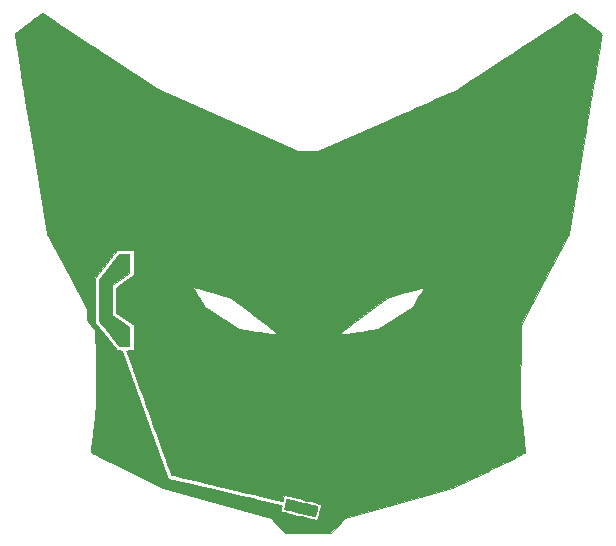
<source format=gbr>
G04 #@! TF.GenerationSoftware,KiCad,Pcbnew,5.0.2-1.fc29*
G04 #@! TF.CreationDate,2019-03-18T00:33:18+01:00*
G04 #@! TF.ProjectId,fuccs-shitty-addon,66756363-732d-4736-9869-7474792d6164,rev?*
G04 #@! TF.SameCoordinates,Original*
G04 #@! TF.FileFunction,Copper,L1,Top*
G04 #@! TF.FilePolarity,Positive*
%FSLAX46Y46*%
G04 Gerber Fmt 4.6, Leading zero omitted, Abs format (unit mm)*
G04 Created by KiCad (PCBNEW 5.0.2-1.fc29) date Mon 18 Mar 2019 00:33:18 CET*
%MOMM*%
%LPD*%
G01*
G04 APERTURE LIST*
G04 #@! TA.AperFunction,EtchedComponent*
%ADD10C,0.010000*%
G04 #@! TD*
G04 APERTURE END LIST*
D10*
G04 #@! TO.C,G\002A\002A\002A*
G36*
X-15109332Y22991021D02*
X-15120849Y22198041D01*
X-15829933Y21695919D01*
X-16539016Y21193798D01*
X-16539016Y18621842D01*
X-15819349Y18110106D01*
X-15099683Y17598370D01*
X-15099683Y16037000D01*
X-15987908Y16037000D01*
X-16634613Y16851917D01*
X-16827417Y17095045D01*
X-17014803Y17331660D01*
X-17186401Y17548641D01*
X-17331837Y17732869D01*
X-17440741Y17871223D01*
X-17481667Y17923468D01*
X-17682016Y18180103D01*
X-17681092Y21646167D01*
X-16831986Y22715084D01*
X-15982880Y23784000D01*
X-15097815Y23784000D01*
X-15109332Y22991021D01*
X-15109332Y22991021D01*
G37*
X-15109332Y22991021D02*
X-15120849Y22198041D01*
X-15829933Y21695919D01*
X-16539016Y21193798D01*
X-16539016Y18621842D01*
X-15819349Y18110106D01*
X-15099683Y17598370D01*
X-15099683Y16037000D01*
X-15987908Y16037000D01*
X-16634613Y16851917D01*
X-16827417Y17095045D01*
X-17014803Y17331660D01*
X-17186401Y17548641D01*
X-17331837Y17732869D01*
X-17440741Y17871223D01*
X-17481667Y17923468D01*
X-17682016Y18180103D01*
X-17681092Y21646167D01*
X-16831986Y22715084D01*
X-15982880Y23784000D01*
X-15097815Y23784000D01*
X-15109332Y22991021D01*
G36*
X-1752189Y3061135D02*
X-1639799Y3037999D01*
X-1469127Y3000923D01*
X-1252227Y2952682D01*
X-1001156Y2896053D01*
X-727967Y2833813D01*
X-444715Y2768738D01*
X-163456Y2703606D01*
X103756Y2641191D01*
X344866Y2584272D01*
X547818Y2535624D01*
X700559Y2498024D01*
X791032Y2474248D01*
X810689Y2467571D01*
X809608Y2422834D01*
X791867Y2318402D01*
X762332Y2175142D01*
X725872Y2013920D01*
X687354Y1855602D01*
X651646Y1721056D01*
X623614Y1631149D01*
X609570Y1605387D01*
X563717Y1615732D01*
X445650Y1643100D01*
X265564Y1685106D01*
X33656Y1739367D01*
X-239876Y1803497D01*
X-544836Y1875114D01*
X-685183Y1908109D01*
X-1000334Y1982560D01*
X-1288132Y2051194D01*
X-1538448Y2111543D01*
X-1741149Y2161142D01*
X-1886106Y2197523D01*
X-1963186Y2218219D01*
X-1972982Y2221715D01*
X-1970716Y2264963D01*
X-1953509Y2369055D01*
X-1925913Y2512444D01*
X-1892480Y2673583D01*
X-1857766Y2830923D01*
X-1826322Y2962919D01*
X-1802702Y3048023D01*
X-1794242Y3067553D01*
X-1752189Y3061135D01*
X-1752189Y3061135D01*
G37*
X-1752189Y3061135D02*
X-1639799Y3037999D01*
X-1469127Y3000923D01*
X-1252227Y2952682D01*
X-1001156Y2896053D01*
X-727967Y2833813D01*
X-444715Y2768738D01*
X-163456Y2703606D01*
X103756Y2641191D01*
X344866Y2584272D01*
X547818Y2535624D01*
X700559Y2498024D01*
X791032Y2474248D01*
X810689Y2467571D01*
X809608Y2422834D01*
X791867Y2318402D01*
X762332Y2175142D01*
X725872Y2013920D01*
X687354Y1855602D01*
X651646Y1721056D01*
X623614Y1631149D01*
X609570Y1605387D01*
X563717Y1615732D01*
X445650Y1643100D01*
X265564Y1685106D01*
X33656Y1739367D01*
X-239876Y1803497D01*
X-544836Y1875114D01*
X-685183Y1908109D01*
X-1000334Y1982560D01*
X-1288132Y2051194D01*
X-1538448Y2111543D01*
X-1741149Y2161142D01*
X-1886106Y2197523D01*
X-1963186Y2218219D01*
X-1972982Y2221715D01*
X-1970716Y2264963D01*
X-1953509Y2369055D01*
X-1925913Y2512444D01*
X-1892480Y2673583D01*
X-1857766Y2830923D01*
X-1826322Y2962919D01*
X-1802702Y3048023D01*
X-1794242Y3067553D01*
X-1752189Y3061135D01*
G36*
X-22447055Y44206761D02*
X-22340612Y44136311D01*
X-22171591Y44024671D01*
X-21944063Y43874523D01*
X-21662096Y43688548D01*
X-21329761Y43469430D01*
X-20951128Y43219852D01*
X-20530267Y42942495D01*
X-20071247Y42640042D01*
X-19578138Y42315176D01*
X-19055011Y41970579D01*
X-18505934Y41608933D01*
X-17934979Y41232922D01*
X-17549546Y40979113D01*
X-12654576Y37755889D01*
X-846280Y32547001D01*
X23679Y32547000D01*
X893638Y32547000D01*
X6702977Y35109838D01*
X7369857Y35404098D01*
X8016842Y35689698D01*
X8639567Y35964706D01*
X9233667Y36227190D01*
X9794779Y36475217D01*
X10318537Y36706855D01*
X10800578Y36920172D01*
X11236537Y37113236D01*
X11622050Y37284115D01*
X11952753Y37430876D01*
X12224280Y37551588D01*
X12432268Y37644318D01*
X12572353Y37707134D01*
X12640169Y37738104D01*
X12644567Y37740250D01*
X12695244Y37771308D01*
X12812412Y37846265D01*
X12991896Y37962387D01*
X13229521Y38116938D01*
X13521111Y38307183D01*
X13862493Y38530388D01*
X14249490Y38783817D01*
X14677929Y39064735D01*
X15143634Y39370407D01*
X15642430Y39698097D01*
X16170142Y40045072D01*
X16722595Y40408594D01*
X17295615Y40785931D01*
X17649971Y41019413D01*
X18231589Y41402501D01*
X18794073Y41772559D01*
X19333345Y42126923D01*
X19845328Y42462932D01*
X20325943Y42777924D01*
X20771112Y43069237D01*
X21176756Y43334208D01*
X21538799Y43570175D01*
X21853162Y43774477D01*
X22115767Y43944451D01*
X22322535Y44077435D01*
X22469389Y44170766D01*
X22552251Y44221784D01*
X22569775Y44231000D01*
X22613327Y44206081D01*
X22715696Y44135316D01*
X22868755Y44024694D01*
X23064376Y43880205D01*
X23294431Y43707837D01*
X23550793Y43513580D01*
X23750288Y43361078D01*
X24057951Y43124516D01*
X24304595Y42933252D01*
X24496755Y42781548D01*
X24640966Y42663665D01*
X24743765Y42573863D01*
X24811685Y42506405D01*
X24851263Y42455551D01*
X24869034Y42415562D01*
X24871533Y42380700D01*
X24871144Y42376828D01*
X24863104Y42324244D01*
X24842033Y42192127D01*
X24808585Y41984497D01*
X24763416Y41705374D01*
X24707182Y41358777D01*
X24640536Y40948727D01*
X24564135Y40479244D01*
X24478633Y39954348D01*
X24384687Y39378058D01*
X24282950Y38754395D01*
X24174079Y38087378D01*
X24058728Y37381028D01*
X23937553Y36639365D01*
X23811208Y35866407D01*
X23680350Y35066177D01*
X23545633Y34242692D01*
X23485860Y33877426D01*
X22113582Y25492352D01*
X20063039Y21664259D01*
X18012496Y17836167D01*
X17956162Y10978167D01*
X18189422Y9009667D01*
X18236027Y8610702D01*
X18278314Y8237605D01*
X18315427Y7898760D01*
X18346509Y7602550D01*
X18370700Y7357358D01*
X18387145Y7171568D01*
X18394986Y7053561D01*
X18393749Y7011936D01*
X18352121Y6989123D01*
X18240235Y6931850D01*
X18063832Y6842972D01*
X17828658Y6725342D01*
X17540453Y6581813D01*
X17204961Y6415239D01*
X16827924Y6228474D01*
X16415086Y6024372D01*
X15972189Y5805785D01*
X15504977Y5575567D01*
X15306517Y5477885D01*
X12248216Y3973065D01*
X7707683Y2701798D01*
X3167151Y1430532D01*
X1938459Y204334D01*
X-1913208Y204334D01*
X-2530168Y821294D01*
X-3147129Y1438254D01*
X-7715822Y2720343D01*
X-12284516Y4002432D01*
X-15320969Y5500633D01*
X-15873370Y5773314D01*
X-16354646Y6011267D01*
X-16769674Y6217074D01*
X-17123331Y6393317D01*
X-17420495Y6542579D01*
X-17666042Y6667442D01*
X-17864850Y6770489D01*
X-18021796Y6854302D01*
X-18141757Y6921464D01*
X-18229610Y6974557D01*
X-18290232Y7016164D01*
X-18328501Y7048867D01*
X-18349293Y7075248D01*
X-18357486Y7097890D01*
X-18358386Y7108945D01*
X-18353766Y7172512D01*
X-18340157Y7311304D01*
X-18318534Y7516467D01*
X-18289873Y7779146D01*
X-18255152Y8090489D01*
X-18215346Y8441642D01*
X-18171433Y8823751D01*
X-18129308Y9185926D01*
X-17899266Y11152797D01*
X-17936248Y14233061D01*
X-17943071Y14758347D01*
X-17950507Y15252966D01*
X-17958406Y15710720D01*
X-17966618Y16125408D01*
X-17974992Y16490833D01*
X-17983378Y16800794D01*
X-17991627Y17049093D01*
X-17999587Y17229530D01*
X-18007109Y17335906D01*
X-18012104Y17363079D01*
X-18051993Y17414345D01*
X-18132308Y17517718D01*
X-18241569Y17658416D01*
X-18368295Y17821659D01*
X-18374497Y17829649D01*
X-18510179Y18004460D01*
X-18020683Y18004460D01*
X-17098479Y16840814D01*
X-16176276Y15677167D01*
X-15966420Y15656000D01*
X-15756564Y15634834D01*
X-11828138Y4797500D01*
X-9431661Y4237510D01*
X-8889287Y4110785D01*
X-8286755Y3970027D01*
X-7644958Y3820114D01*
X-6984790Y3665927D01*
X-6327147Y3512345D01*
X-5692922Y3364250D01*
X-5103010Y3226519D01*
X-4664516Y3124156D01*
X-4229095Y3022437D01*
X-3817834Y2926202D01*
X-3438218Y2837213D01*
X-3097731Y2757232D01*
X-2803855Y2688021D01*
X-2564075Y2631342D01*
X-2385874Y2588957D01*
X-2276737Y2562628D01*
X-2244270Y2554339D01*
X-2220657Y2520887D01*
X-2225863Y2436051D01*
X-2257361Y2297895D01*
X-2286940Y2165007D01*
X-2299165Y2067376D01*
X-2294214Y2032087D01*
X-2248460Y2016717D01*
X-2131431Y1985116D01*
X-1954379Y1939951D01*
X-1728559Y1883893D01*
X-1465224Y1819610D01*
X-1175627Y1749772D01*
X-871024Y1677047D01*
X-562668Y1604105D01*
X-261812Y1533615D01*
X20289Y1468245D01*
X272383Y1410666D01*
X483214Y1363545D01*
X641530Y1329553D01*
X736076Y1311359D01*
X754313Y1309057D01*
X788462Y1315470D01*
X818722Y1346081D01*
X849333Y1412569D01*
X884533Y1526612D01*
X928561Y1699891D01*
X985656Y1944083D01*
X987147Y1950584D01*
X1037957Y2174633D01*
X1081242Y2370116D01*
X1113738Y2521918D01*
X1132179Y2614922D01*
X1135151Y2635774D01*
X1095369Y2653917D01*
X982005Y2688539D01*
X804029Y2737319D01*
X570412Y2797937D01*
X290126Y2868074D01*
X-27860Y2945408D01*
X-374574Y3027622D01*
X-431183Y3040856D01*
X-1997516Y3406330D01*
X-2054629Y3157557D01*
X-2111742Y2908783D01*
X-2245129Y2937761D01*
X-2407781Y2973896D01*
X-2636344Y3025864D01*
X-2924490Y3092166D01*
X-3265892Y3171302D01*
X-3654223Y3261771D01*
X-4083155Y3362073D01*
X-4546362Y3470708D01*
X-5037515Y3586176D01*
X-5550288Y3706977D01*
X-6078353Y3831611D01*
X-6615383Y3958577D01*
X-7155050Y4086375D01*
X-7691027Y4213506D01*
X-8216987Y4338469D01*
X-8726602Y4459764D01*
X-9213545Y4575891D01*
X-9671489Y4685350D01*
X-10094106Y4786640D01*
X-10475070Y4878262D01*
X-10808051Y4958715D01*
X-11086724Y5026499D01*
X-11304761Y5080114D01*
X-11455835Y5118060D01*
X-11533617Y5138838D01*
X-11543007Y5142168D01*
X-11560558Y5184791D01*
X-11604822Y5301345D01*
X-11673728Y5486136D01*
X-11765208Y5733472D01*
X-11877193Y6037657D01*
X-12007614Y6393000D01*
X-12154402Y6793805D01*
X-12315487Y7234380D01*
X-12488802Y7709031D01*
X-12672278Y8212063D01*
X-12863844Y8737784D01*
X-13061433Y9280500D01*
X-13262975Y9834517D01*
X-13466401Y10394142D01*
X-13669643Y10953680D01*
X-13870632Y11507439D01*
X-14067298Y12049724D01*
X-14257573Y12574842D01*
X-14439388Y13077100D01*
X-14610673Y13550803D01*
X-14769361Y13990258D01*
X-14913381Y14389772D01*
X-15040666Y14743650D01*
X-15149145Y15046199D01*
X-15236751Y15291726D01*
X-15301414Y15474536D01*
X-15341065Y15588937D01*
X-15353683Y15629028D01*
X-15314805Y15641921D01*
X-15211966Y15651459D01*
X-15065854Y15655883D01*
X-15036183Y15656000D01*
X-14718683Y15656000D01*
X-14720902Y17040960D01*
X2747270Y17040960D01*
X3232377Y17069681D01*
X3411894Y17085564D01*
X3656372Y17114798D01*
X3947617Y17154797D01*
X4267437Y17202974D01*
X4597640Y17256745D01*
X4818151Y17295065D01*
X5918817Y17491728D01*
X8882151Y19305220D01*
X9374253Y20158194D01*
X9513286Y20399902D01*
X9636603Y20615667D01*
X9738394Y20795207D01*
X9812846Y20928242D01*
X9854150Y21004490D01*
X9860602Y21018708D01*
X9820018Y21009311D01*
X9706742Y20979300D01*
X9529553Y20931097D01*
X9297231Y20867122D01*
X9018557Y20789796D01*
X8702310Y20701538D01*
X8357271Y20604769D01*
X8267832Y20579613D01*
X6680817Y20132977D01*
X5072151Y18930958D01*
X4732486Y18675509D01*
X4401559Y18423522D01*
X4088137Y18181890D01*
X3800986Y17957501D01*
X3548872Y17757248D01*
X3340562Y17588022D01*
X3184821Y17456712D01*
X3105377Y17384950D01*
X2747270Y17040960D01*
X-14720902Y17040960D01*
X-14722109Y17793834D01*
X-15461229Y18313386D01*
X-16200349Y18832937D01*
X-16200349Y19907506D01*
X-16200350Y20982075D01*
X-16150804Y21016982D01*
X-9710423Y21016982D01*
X-9692464Y20979726D01*
X-9637606Y20879581D01*
X-9551637Y20726781D01*
X-9440339Y20531558D01*
X-9309499Y20304145D01*
X-9220682Y20150749D01*
X-8722702Y19292701D01*
X-5807516Y17505069D01*
X-4812683Y17320202D01*
X-4372043Y17240142D01*
X-4001223Y17177128D01*
X-3687483Y17129429D01*
X-3418083Y17095316D01*
X-3180285Y17073058D01*
X-2961350Y17060925D01*
X-2887652Y17058769D01*
X-2634787Y17053000D01*
X-2929985Y17354992D01*
X-3036084Y17453454D01*
X-3204590Y17596569D01*
X-3429277Y17779417D01*
X-3703917Y17997076D01*
X-4022281Y18244626D01*
X-4378143Y18517145D01*
X-4765274Y18809712D01*
X-4876517Y18893124D01*
X-6527851Y20129265D01*
X-8115017Y20577215D01*
X-8465958Y20676002D01*
X-8790407Y20766830D01*
X-9079568Y20847274D01*
X-9324647Y20914911D01*
X-9516850Y20967316D01*
X-9647382Y21002066D01*
X-9707449Y21016735D01*
X-9710423Y21016982D01*
X-16150804Y21016982D01*
X-15459516Y21504014D01*
X-14718683Y22025953D01*
X-14718683Y24165000D01*
X-15435852Y24165000D01*
X-16153022Y24165001D01*
X-17085797Y22990250D01*
X-18018572Y21815500D01*
X-18019627Y19909980D01*
X-18020683Y18004460D01*
X-18510179Y18004460D01*
X-18698016Y18246464D01*
X-18698016Y19198111D01*
X-20385418Y22348306D01*
X-22072820Y25498500D01*
X-23458813Y33964315D01*
X-23617548Y34935238D01*
X-23768219Y35859556D01*
X-23910422Y36734720D01*
X-24043753Y37558179D01*
X-24167808Y38327381D01*
X-24282184Y39039776D01*
X-24386475Y39692812D01*
X-24480277Y40283940D01*
X-24563188Y40810607D01*
X-24634802Y41270264D01*
X-24694715Y41660359D01*
X-24742524Y41978341D01*
X-24777824Y42221660D01*
X-24800211Y42387764D01*
X-24809282Y42474103D01*
X-24808828Y42486405D01*
X-24761603Y42533953D01*
X-24658152Y42621947D01*
X-24507967Y42743246D01*
X-24320541Y42890706D01*
X-24105368Y43057188D01*
X-23871941Y43235547D01*
X-23629752Y43418643D01*
X-23388295Y43599333D01*
X-23157062Y43770475D01*
X-22945547Y43924927D01*
X-22763243Y44055547D01*
X-22619643Y44155194D01*
X-22524239Y44216724D01*
X-22486849Y44233337D01*
X-22447055Y44206761D01*
X-22447055Y44206761D01*
G37*
X-22447055Y44206761D02*
X-22340612Y44136311D01*
X-22171591Y44024671D01*
X-21944063Y43874523D01*
X-21662096Y43688548D01*
X-21329761Y43469430D01*
X-20951128Y43219852D01*
X-20530267Y42942495D01*
X-20071247Y42640042D01*
X-19578138Y42315176D01*
X-19055011Y41970579D01*
X-18505934Y41608933D01*
X-17934979Y41232922D01*
X-17549546Y40979113D01*
X-12654576Y37755889D01*
X-846280Y32547001D01*
X23679Y32547000D01*
X893638Y32547000D01*
X6702977Y35109838D01*
X7369857Y35404098D01*
X8016842Y35689698D01*
X8639567Y35964706D01*
X9233667Y36227190D01*
X9794779Y36475217D01*
X10318537Y36706855D01*
X10800578Y36920172D01*
X11236537Y37113236D01*
X11622050Y37284115D01*
X11952753Y37430876D01*
X12224280Y37551588D01*
X12432268Y37644318D01*
X12572353Y37707134D01*
X12640169Y37738104D01*
X12644567Y37740250D01*
X12695244Y37771308D01*
X12812412Y37846265D01*
X12991896Y37962387D01*
X13229521Y38116938D01*
X13521111Y38307183D01*
X13862493Y38530388D01*
X14249490Y38783817D01*
X14677929Y39064735D01*
X15143634Y39370407D01*
X15642430Y39698097D01*
X16170142Y40045072D01*
X16722595Y40408594D01*
X17295615Y40785931D01*
X17649971Y41019413D01*
X18231589Y41402501D01*
X18794073Y41772559D01*
X19333345Y42126923D01*
X19845328Y42462932D01*
X20325943Y42777924D01*
X20771112Y43069237D01*
X21176756Y43334208D01*
X21538799Y43570175D01*
X21853162Y43774477D01*
X22115767Y43944451D01*
X22322535Y44077435D01*
X22469389Y44170766D01*
X22552251Y44221784D01*
X22569775Y44231000D01*
X22613327Y44206081D01*
X22715696Y44135316D01*
X22868755Y44024694D01*
X23064376Y43880205D01*
X23294431Y43707837D01*
X23550793Y43513580D01*
X23750288Y43361078D01*
X24057951Y43124516D01*
X24304595Y42933252D01*
X24496755Y42781548D01*
X24640966Y42663665D01*
X24743765Y42573863D01*
X24811685Y42506405D01*
X24851263Y42455551D01*
X24869034Y42415562D01*
X24871533Y42380700D01*
X24871144Y42376828D01*
X24863104Y42324244D01*
X24842033Y42192127D01*
X24808585Y41984497D01*
X24763416Y41705374D01*
X24707182Y41358777D01*
X24640536Y40948727D01*
X24564135Y40479244D01*
X24478633Y39954348D01*
X24384687Y39378058D01*
X24282950Y38754395D01*
X24174079Y38087378D01*
X24058728Y37381028D01*
X23937553Y36639365D01*
X23811208Y35866407D01*
X23680350Y35066177D01*
X23545633Y34242692D01*
X23485860Y33877426D01*
X22113582Y25492352D01*
X20063039Y21664259D01*
X18012496Y17836167D01*
X17956162Y10978167D01*
X18189422Y9009667D01*
X18236027Y8610702D01*
X18278314Y8237605D01*
X18315427Y7898760D01*
X18346509Y7602550D01*
X18370700Y7357358D01*
X18387145Y7171568D01*
X18394986Y7053561D01*
X18393749Y7011936D01*
X18352121Y6989123D01*
X18240235Y6931850D01*
X18063832Y6842972D01*
X17828658Y6725342D01*
X17540453Y6581813D01*
X17204961Y6415239D01*
X16827924Y6228474D01*
X16415086Y6024372D01*
X15972189Y5805785D01*
X15504977Y5575567D01*
X15306517Y5477885D01*
X12248216Y3973065D01*
X7707683Y2701798D01*
X3167151Y1430532D01*
X1938459Y204334D01*
X-1913208Y204334D01*
X-2530168Y821294D01*
X-3147129Y1438254D01*
X-7715822Y2720343D01*
X-12284516Y4002432D01*
X-15320969Y5500633D01*
X-15873370Y5773314D01*
X-16354646Y6011267D01*
X-16769674Y6217074D01*
X-17123331Y6393317D01*
X-17420495Y6542579D01*
X-17666042Y6667442D01*
X-17864850Y6770489D01*
X-18021796Y6854302D01*
X-18141757Y6921464D01*
X-18229610Y6974557D01*
X-18290232Y7016164D01*
X-18328501Y7048867D01*
X-18349293Y7075248D01*
X-18357486Y7097890D01*
X-18358386Y7108945D01*
X-18353766Y7172512D01*
X-18340157Y7311304D01*
X-18318534Y7516467D01*
X-18289873Y7779146D01*
X-18255152Y8090489D01*
X-18215346Y8441642D01*
X-18171433Y8823751D01*
X-18129308Y9185926D01*
X-17899266Y11152797D01*
X-17936248Y14233061D01*
X-17943071Y14758347D01*
X-17950507Y15252966D01*
X-17958406Y15710720D01*
X-17966618Y16125408D01*
X-17974992Y16490833D01*
X-17983378Y16800794D01*
X-17991627Y17049093D01*
X-17999587Y17229530D01*
X-18007109Y17335906D01*
X-18012104Y17363079D01*
X-18051993Y17414345D01*
X-18132308Y17517718D01*
X-18241569Y17658416D01*
X-18368295Y17821659D01*
X-18374497Y17829649D01*
X-18510179Y18004460D01*
X-18020683Y18004460D01*
X-17098479Y16840814D01*
X-16176276Y15677167D01*
X-15966420Y15656000D01*
X-15756564Y15634834D01*
X-11828138Y4797500D01*
X-9431661Y4237510D01*
X-8889287Y4110785D01*
X-8286755Y3970027D01*
X-7644958Y3820114D01*
X-6984790Y3665927D01*
X-6327147Y3512345D01*
X-5692922Y3364250D01*
X-5103010Y3226519D01*
X-4664516Y3124156D01*
X-4229095Y3022437D01*
X-3817834Y2926202D01*
X-3438218Y2837213D01*
X-3097731Y2757232D01*
X-2803855Y2688021D01*
X-2564075Y2631342D01*
X-2385874Y2588957D01*
X-2276737Y2562628D01*
X-2244270Y2554339D01*
X-2220657Y2520887D01*
X-2225863Y2436051D01*
X-2257361Y2297895D01*
X-2286940Y2165007D01*
X-2299165Y2067376D01*
X-2294214Y2032087D01*
X-2248460Y2016717D01*
X-2131431Y1985116D01*
X-1954379Y1939951D01*
X-1728559Y1883893D01*
X-1465224Y1819610D01*
X-1175627Y1749772D01*
X-871024Y1677047D01*
X-562668Y1604105D01*
X-261812Y1533615D01*
X20289Y1468245D01*
X272383Y1410666D01*
X483214Y1363545D01*
X641530Y1329553D01*
X736076Y1311359D01*
X754313Y1309057D01*
X788462Y1315470D01*
X818722Y1346081D01*
X849333Y1412569D01*
X884533Y1526612D01*
X928561Y1699891D01*
X985656Y1944083D01*
X987147Y1950584D01*
X1037957Y2174633D01*
X1081242Y2370116D01*
X1113738Y2521918D01*
X1132179Y2614922D01*
X1135151Y2635774D01*
X1095369Y2653917D01*
X982005Y2688539D01*
X804029Y2737319D01*
X570412Y2797937D01*
X290126Y2868074D01*
X-27860Y2945408D01*
X-374574Y3027622D01*
X-431183Y3040856D01*
X-1997516Y3406330D01*
X-2054629Y3157557D01*
X-2111742Y2908783D01*
X-2245129Y2937761D01*
X-2407781Y2973896D01*
X-2636344Y3025864D01*
X-2924490Y3092166D01*
X-3265892Y3171302D01*
X-3654223Y3261771D01*
X-4083155Y3362073D01*
X-4546362Y3470708D01*
X-5037515Y3586176D01*
X-5550288Y3706977D01*
X-6078353Y3831611D01*
X-6615383Y3958577D01*
X-7155050Y4086375D01*
X-7691027Y4213506D01*
X-8216987Y4338469D01*
X-8726602Y4459764D01*
X-9213545Y4575891D01*
X-9671489Y4685350D01*
X-10094106Y4786640D01*
X-10475070Y4878262D01*
X-10808051Y4958715D01*
X-11086724Y5026499D01*
X-11304761Y5080114D01*
X-11455835Y5118060D01*
X-11533617Y5138838D01*
X-11543007Y5142168D01*
X-11560558Y5184791D01*
X-11604822Y5301345D01*
X-11673728Y5486136D01*
X-11765208Y5733472D01*
X-11877193Y6037657D01*
X-12007614Y6393000D01*
X-12154402Y6793805D01*
X-12315487Y7234380D01*
X-12488802Y7709031D01*
X-12672278Y8212063D01*
X-12863844Y8737784D01*
X-13061433Y9280500D01*
X-13262975Y9834517D01*
X-13466401Y10394142D01*
X-13669643Y10953680D01*
X-13870632Y11507439D01*
X-14067298Y12049724D01*
X-14257573Y12574842D01*
X-14439388Y13077100D01*
X-14610673Y13550803D01*
X-14769361Y13990258D01*
X-14913381Y14389772D01*
X-15040666Y14743650D01*
X-15149145Y15046199D01*
X-15236751Y15291726D01*
X-15301414Y15474536D01*
X-15341065Y15588937D01*
X-15353683Y15629028D01*
X-15314805Y15641921D01*
X-15211966Y15651459D01*
X-15065854Y15655883D01*
X-15036183Y15656000D01*
X-14718683Y15656000D01*
X-14720902Y17040960D01*
X2747270Y17040960D01*
X3232377Y17069681D01*
X3411894Y17085564D01*
X3656372Y17114798D01*
X3947617Y17154797D01*
X4267437Y17202974D01*
X4597640Y17256745D01*
X4818151Y17295065D01*
X5918817Y17491728D01*
X8882151Y19305220D01*
X9374253Y20158194D01*
X9513286Y20399902D01*
X9636603Y20615667D01*
X9738394Y20795207D01*
X9812846Y20928242D01*
X9854150Y21004490D01*
X9860602Y21018708D01*
X9820018Y21009311D01*
X9706742Y20979300D01*
X9529553Y20931097D01*
X9297231Y20867122D01*
X9018557Y20789796D01*
X8702310Y20701538D01*
X8357271Y20604769D01*
X8267832Y20579613D01*
X6680817Y20132977D01*
X5072151Y18930958D01*
X4732486Y18675509D01*
X4401559Y18423522D01*
X4088137Y18181890D01*
X3800986Y17957501D01*
X3548872Y17757248D01*
X3340562Y17588022D01*
X3184821Y17456712D01*
X3105377Y17384950D01*
X2747270Y17040960D01*
X-14720902Y17040960D01*
X-14722109Y17793834D01*
X-15461229Y18313386D01*
X-16200349Y18832937D01*
X-16200349Y19907506D01*
X-16200350Y20982075D01*
X-16150804Y21016982D01*
X-9710423Y21016982D01*
X-9692464Y20979726D01*
X-9637606Y20879581D01*
X-9551637Y20726781D01*
X-9440339Y20531558D01*
X-9309499Y20304145D01*
X-9220682Y20150749D01*
X-8722702Y19292701D01*
X-5807516Y17505069D01*
X-4812683Y17320202D01*
X-4372043Y17240142D01*
X-4001223Y17177128D01*
X-3687483Y17129429D01*
X-3418083Y17095316D01*
X-3180285Y17073058D01*
X-2961350Y17060925D01*
X-2887652Y17058769D01*
X-2634787Y17053000D01*
X-2929985Y17354992D01*
X-3036084Y17453454D01*
X-3204590Y17596569D01*
X-3429277Y17779417D01*
X-3703917Y17997076D01*
X-4022281Y18244626D01*
X-4378143Y18517145D01*
X-4765274Y18809712D01*
X-4876517Y18893124D01*
X-6527851Y20129265D01*
X-8115017Y20577215D01*
X-8465958Y20676002D01*
X-8790407Y20766830D01*
X-9079568Y20847274D01*
X-9324647Y20914911D01*
X-9516850Y20967316D01*
X-9647382Y21002066D01*
X-9707449Y21016735D01*
X-9710423Y21016982D01*
X-16150804Y21016982D01*
X-15459516Y21504014D01*
X-14718683Y22025953D01*
X-14718683Y24165000D01*
X-15435852Y24165000D01*
X-16153022Y24165001D01*
X-17085797Y22990250D01*
X-18018572Y21815500D01*
X-18019627Y19909980D01*
X-18020683Y18004460D01*
X-18510179Y18004460D01*
X-18698016Y18246464D01*
X-18698016Y19198111D01*
X-20385418Y22348306D01*
X-22072820Y25498500D01*
X-23458813Y33964315D01*
X-23617548Y34935238D01*
X-23768219Y35859556D01*
X-23910422Y36734720D01*
X-24043753Y37558179D01*
X-24167808Y38327381D01*
X-24282184Y39039776D01*
X-24386475Y39692812D01*
X-24480277Y40283940D01*
X-24563188Y40810607D01*
X-24634802Y41270264D01*
X-24694715Y41660359D01*
X-24742524Y41978341D01*
X-24777824Y42221660D01*
X-24800211Y42387764D01*
X-24809282Y42474103D01*
X-24808828Y42486405D01*
X-24761603Y42533953D01*
X-24658152Y42621947D01*
X-24507967Y42743246D01*
X-24320541Y42890706D01*
X-24105368Y43057188D01*
X-23871941Y43235547D01*
X-23629752Y43418643D01*
X-23388295Y43599333D01*
X-23157062Y43770475D01*
X-22945547Y43924927D01*
X-22763243Y44055547D01*
X-22619643Y44155194D01*
X-22524239Y44216724D01*
X-22486849Y44233337D01*
X-22447055Y44206761D01*
G04 #@! TD*
M02*

</source>
